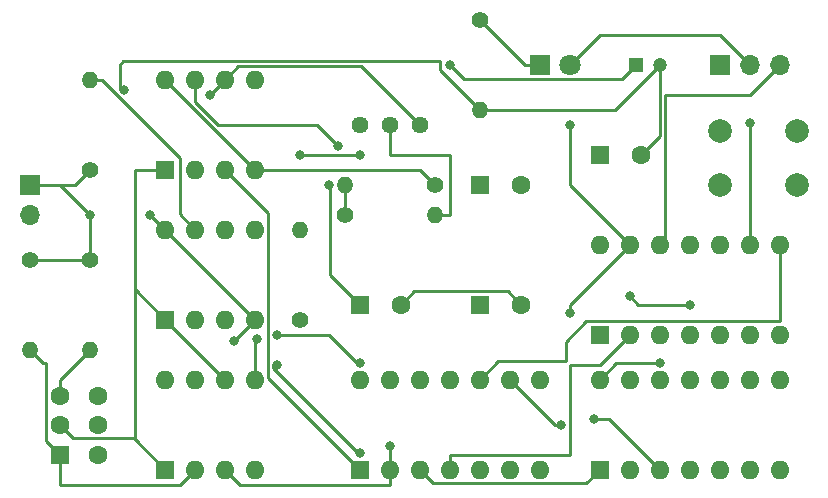
<source format=gbr>
%TF.GenerationSoftware,KiCad,Pcbnew,(6.0.6-0)*%
%TF.CreationDate,2022-10-19T22:33:39-04:00*%
%TF.ProjectId,Clock Module,436c6f63-6b20-44d6-9f64-756c652e6b69,rev?*%
%TF.SameCoordinates,Original*%
%TF.FileFunction,Copper,L1,Top*%
%TF.FilePolarity,Positive*%
%FSLAX46Y46*%
G04 Gerber Fmt 4.6, Leading zero omitted, Abs format (unit mm)*
G04 Created by KiCad (PCBNEW (6.0.6-0)) date 2022-10-19 22:33:39*
%MOMM*%
%LPD*%
G01*
G04 APERTURE LIST*
%TA.AperFunction,ComponentPad*%
%ADD10C,1.400000*%
%TD*%
%TA.AperFunction,ComponentPad*%
%ADD11O,1.400000X1.400000*%
%TD*%
%TA.AperFunction,ComponentPad*%
%ADD12R,1.600000X1.600000*%
%TD*%
%TA.AperFunction,ComponentPad*%
%ADD13O,1.600000X1.600000*%
%TD*%
%TA.AperFunction,ComponentPad*%
%ADD14C,1.600000*%
%TD*%
%TA.AperFunction,ComponentPad*%
%ADD15R,1.700000X1.700000*%
%TD*%
%TA.AperFunction,ComponentPad*%
%ADD16O,1.700000X1.700000*%
%TD*%
%TA.AperFunction,ComponentPad*%
%ADD17C,1.440000*%
%TD*%
%TA.AperFunction,ComponentPad*%
%ADD18R,1.800000X1.800000*%
%TD*%
%TA.AperFunction,ComponentPad*%
%ADD19C,1.800000*%
%TD*%
%TA.AperFunction,ComponentPad*%
%ADD20R,1.200000X1.200000*%
%TD*%
%TA.AperFunction,ComponentPad*%
%ADD21C,1.200000*%
%TD*%
%TA.AperFunction,ComponentPad*%
%ADD22C,2.000000*%
%TD*%
%TA.AperFunction,ViaPad*%
%ADD23C,0.800000*%
%TD*%
%TA.AperFunction,Conductor*%
%ADD24C,0.250000*%
%TD*%
G04 APERTURE END LIST*
D10*
%TO.P,R1,1*%
%TO.N,VCC*%
X74930000Y-76200000D03*
D11*
%TO.P,R1,2*%
%TO.N,Net-(R1-Pad2)*%
X67310000Y-76200000D03*
%TD*%
D12*
%TO.P,U6,1*%
%TO.N,Net-(U4-Pad3)*%
X88895000Y-100320000D03*
D13*
%TO.P,U6,2*%
%TO.N,Net-(U4-Pad6)*%
X91435000Y-100320000D03*
%TO.P,U6,3*%
%TO.N,Net-(U4-Pad9)*%
X93975000Y-100320000D03*
%TO.P,U6,4*%
%TO.N,N/C*%
X96515000Y-100320000D03*
%TO.P,U6,5*%
X99055000Y-100320000D03*
%TO.P,U6,6*%
X101595000Y-100320000D03*
%TO.P,U6,7,GND*%
%TO.N,GNDREF*%
X104135000Y-100320000D03*
%TO.P,U6,8*%
%TO.N,N/C*%
X104135000Y-92700000D03*
%TO.P,U6,9*%
X101595000Y-92700000D03*
%TO.P,U6,10*%
X99055000Y-92700000D03*
%TO.P,U6,11*%
X96515000Y-92700000D03*
%TO.P,U6,12*%
X93975000Y-92700000D03*
%TO.P,U6,13*%
X91435000Y-92700000D03*
%TO.P,U6,14,VCC*%
%TO.N,VCC*%
X88895000Y-92700000D03*
%TD*%
D10*
%TO.P,R5,1*%
%TO.N,VCC*%
X40640000Y-82550000D03*
D11*
%TO.P,R5,2*%
%TO.N,Net-(R5-Pad2)*%
X40640000Y-90170000D03*
%TD*%
D12*
%TO.P,C4,1*%
%TO.N,Net-(C4-Pad1)*%
X88900000Y-73660000D03*
D14*
%TO.P,C4,2*%
%TO.N,GNDREF*%
X92400000Y-73660000D03*
%TD*%
D12*
%TO.P,U3,1,GND*%
%TO.N,GNDREF*%
X52080000Y-100320000D03*
D13*
%TO.P,U3,2,TR*%
%TO.N,Net-(R5-Pad2)*%
X54620000Y-100320000D03*
%TO.P,U3,3,Q*%
%TO.N,Net-(U3-Pad3)*%
X57160000Y-100320000D03*
%TO.P,U3,4,R*%
%TO.N,Net-(R6-Pad2)*%
X59700000Y-100320000D03*
%TO.P,U3,5,CV*%
%TO.N,Net-(C5-Pad1)*%
X59700000Y-92700000D03*
%TO.P,U3,6,THR*%
%TO.N,GNDREF*%
X57160000Y-92700000D03*
%TO.P,U3,7,DIS*%
%TO.N,unconnected-(U3-Pad7)*%
X54620000Y-92700000D03*
%TO.P,U3,8,VCC*%
%TO.N,VCC*%
X52080000Y-92700000D03*
%TD*%
D10*
%TO.P,R4,1*%
%TO.N,VCC*%
X45720000Y-74930000D03*
D11*
%TO.P,R4,2*%
%TO.N,Net-(C4-Pad1)*%
X45720000Y-67310000D03*
%TD*%
D15*
%TO.P,J2,1,Pin_1*%
%TO.N,/HLT*%
X99060000Y-66040000D03*
D16*
%TO.P,J2,2,Pin_2*%
%TO.N,/CLK*%
X101600000Y-66040000D03*
%TO.P,J2,3,Pin_3*%
%TO.N,/~{CLK}*%
X104140000Y-66040000D03*
%TD*%
D12*
%TO.P,U2,1,GND*%
%TO.N,GNDREF*%
X52080000Y-87620000D03*
D13*
%TO.P,U2,2,TR*%
%TO.N,Net-(R3-Pad2)*%
X54620000Y-87620000D03*
%TO.P,U2,3,Q*%
%TO.N,Net-(U2-Pad3)*%
X57160000Y-87620000D03*
%TO.P,U2,4,R*%
%TO.N,VCC*%
X59700000Y-87620000D03*
%TO.P,U2,5,CV*%
%TO.N,Net-(C3-Pad1)*%
X59700000Y-80000000D03*
%TO.P,U2,6,THR*%
%TO.N,Net-(C4-Pad1)*%
X57160000Y-80000000D03*
%TO.P,U2,7,DIS*%
X54620000Y-80000000D03*
%TO.P,U2,8,VCC*%
%TO.N,VCC*%
X52080000Y-80000000D03*
%TD*%
D10*
%TO.P,R2,1*%
%TO.N,Net-(R1-Pad2)*%
X67310000Y-78740000D03*
D11*
%TO.P,R2,2*%
%TO.N,Net-(R2-Pad2)*%
X74930000Y-78740000D03*
%TD*%
D12*
%TO.P,U1,1,GND*%
%TO.N,GNDREF*%
X52080000Y-74920000D03*
D13*
%TO.P,U1,2,TR*%
%TO.N,Net-(C2-Pad1)*%
X54620000Y-74920000D03*
%TO.P,U1,3,Q*%
%TO.N,Net-(U1-Pad3)*%
X57160000Y-74920000D03*
%TO.P,U1,4,R*%
%TO.N,VCC*%
X59700000Y-74920000D03*
%TO.P,U1,5,CV*%
%TO.N,Net-(C1-Pad1)*%
X59700000Y-67300000D03*
%TO.P,U1,6,THR*%
%TO.N,Net-(C2-Pad1)*%
X57160000Y-67300000D03*
%TO.P,U1,7,DIS*%
%TO.N,Net-(R1-Pad2)*%
X54620000Y-67300000D03*
%TO.P,U1,8,VCC*%
%TO.N,VCC*%
X52080000Y-67300000D03*
%TD*%
D17*
%TO.P,RV1,1,1*%
%TO.N,unconnected-(RV1-Pad1)*%
X68580000Y-71120000D03*
%TO.P,RV1,2,2*%
%TO.N,Net-(R2-Pad2)*%
X71120000Y-71120000D03*
%TO.P,RV1,3,3*%
%TO.N,Net-(C2-Pad1)*%
X73660000Y-71120000D03*
%TD*%
D15*
%TO.P,J1,1,Pin_1*%
%TO.N,VCC*%
X40640000Y-76200000D03*
D16*
%TO.P,J1,2,Pin_2*%
%TO.N,GNDREF*%
X40640000Y-78740000D03*
%TD*%
D12*
%TO.P,C1,1*%
%TO.N,Net-(C1-Pad1)*%
X68580000Y-86360000D03*
D14*
%TO.P,C1,2*%
%TO.N,GNDREF*%
X72080000Y-86360000D03*
%TD*%
D18*
%TO.P,D1,1,K*%
%TO.N,Net-(D1-Pad1)*%
X83820000Y-66040000D03*
D19*
%TO.P,D1,2,A*%
%TO.N,/CLK*%
X86360000Y-66040000D03*
%TD*%
D12*
%TO.P,U5,1*%
%TO.N,Net-(U3-Pad3)*%
X88900000Y-88900000D03*
D13*
%TO.P,U5,2*%
%TO.N,Net-(U4-Pad4)*%
X91440000Y-88900000D03*
%TO.P,U5,3*%
%TO.N,N/C*%
X93980000Y-88900000D03*
%TO.P,U5,4*%
X96520000Y-88900000D03*
%TO.P,U5,5*%
X99060000Y-88900000D03*
%TO.P,U5,6*%
X101600000Y-88900000D03*
%TO.P,U5,7,GND*%
%TO.N,GNDREF*%
X104140000Y-88900000D03*
%TO.P,U5,8*%
%TO.N,Net-(U4-Pad10)*%
X104140000Y-81280000D03*
%TO.P,U5,9*%
%TO.N,/HLT*%
X101600000Y-81280000D03*
%TO.P,U5,10*%
%TO.N,N/C*%
X99060000Y-81280000D03*
%TO.P,U5,11*%
X96520000Y-81280000D03*
%TO.P,U5,12*%
%TO.N,/~{CLK}*%
X93980000Y-81280000D03*
%TO.P,U5,13*%
%TO.N,/CLK*%
X91440000Y-81280000D03*
%TO.P,U5,14,VCC*%
%TO.N,VCC*%
X88900000Y-81280000D03*
%TD*%
D10*
%TO.P,R6,1*%
%TO.N,VCC*%
X45720000Y-82550000D03*
D11*
%TO.P,R6,2*%
%TO.N,Net-(R6-Pad2)*%
X45720000Y-90170000D03*
%TD*%
D12*
%TO.P,U4,1*%
%TO.N,Net-(U1-Pad3)*%
X68575000Y-100320000D03*
D13*
%TO.P,U4,2*%
%TO.N,Net-(U3-Pad3)*%
X71115000Y-100320000D03*
%TO.P,U4,3*%
%TO.N,Net-(U4-Pad3)*%
X73655000Y-100320000D03*
%TO.P,U4,4*%
%TO.N,Net-(U4-Pad4)*%
X76195000Y-100320000D03*
%TO.P,U4,5*%
%TO.N,Net-(U2-Pad3)*%
X78735000Y-100320000D03*
%TO.P,U4,6*%
%TO.N,Net-(U4-Pad6)*%
X81275000Y-100320000D03*
%TO.P,U4,7,GND*%
%TO.N,GNDREF*%
X83815000Y-100320000D03*
%TO.P,U4,8*%
%TO.N,/CLK*%
X83815000Y-92700000D03*
%TO.P,U4,9*%
%TO.N,Net-(U4-Pad9)*%
X81275000Y-92700000D03*
%TO.P,U4,10*%
%TO.N,Net-(U4-Pad10)*%
X78735000Y-92700000D03*
%TO.P,U4,11*%
%TO.N,N/C*%
X76195000Y-92700000D03*
%TO.P,U4,12*%
X73655000Y-92700000D03*
%TO.P,U4,13*%
X71115000Y-92700000D03*
%TO.P,U4,14,VCC*%
%TO.N,VCC*%
X68575000Y-92700000D03*
%TD*%
D12*
%TO.P,SW1,1,A*%
%TO.N,Net-(R5-Pad2)*%
X43180000Y-99060000D03*
D14*
%TO.P,SW1,2,B*%
%TO.N,GNDREF*%
X43180000Y-96560000D03*
%TO.P,SW1,3,C*%
%TO.N,Net-(R6-Pad2)*%
X43180000Y-94060000D03*
%TO.P,SW1,4*%
%TO.N,N/C*%
X46380000Y-99060000D03*
%TO.P,SW1,5*%
X46380000Y-96560000D03*
%TO.P,SW1,6*%
X46380000Y-94060000D03*
%TD*%
D20*
%TO.P,C2,1*%
%TO.N,Net-(C2-Pad1)*%
X91980000Y-66040000D03*
D21*
%TO.P,C2,2*%
%TO.N,GNDREF*%
X93980000Y-66040000D03*
%TD*%
D12*
%TO.P,C5,1*%
%TO.N,Net-(C5-Pad1)*%
X78740000Y-86360000D03*
D14*
%TO.P,C5,2*%
%TO.N,GNDREF*%
X82240000Y-86360000D03*
%TD*%
D10*
%TO.P,R3,1*%
%TO.N,VCC*%
X63500000Y-87630000D03*
D11*
%TO.P,R3,2*%
%TO.N,Net-(R3-Pad2)*%
X63500000Y-80010000D03*
%TD*%
D22*
%TO.P,SW2,1,1*%
%TO.N,GNDREF*%
X105560000Y-71700000D03*
X99060000Y-71700000D03*
%TO.P,SW2,2,2*%
%TO.N,Net-(R3-Pad2)*%
X105560000Y-76200000D03*
X99060000Y-76200000D03*
%TD*%
D12*
%TO.P,C3,1*%
%TO.N,Net-(C3-Pad1)*%
X78740000Y-76200000D03*
D14*
%TO.P,C3,2*%
%TO.N,GNDREF*%
X82240000Y-76200000D03*
%TD*%
D10*
%TO.P,R7,1*%
%TO.N,Net-(D1-Pad1)*%
X78740000Y-62230000D03*
D11*
%TO.P,R7,2*%
%TO.N,GNDREF*%
X78740000Y-69850000D03*
%TD*%
D23*
%TO.N,Net-(C1-Pad1)*%
X66010497Y-76200000D03*
%TO.N,GNDREF*%
X48637300Y-68202700D03*
%TO.N,Net-(C2-Pad1)*%
X76200000Y-66040000D03*
X55880000Y-68580000D03*
%TO.N,Net-(C4-Pad1)*%
X63500000Y-73660000D03*
X68580000Y-73660000D03*
%TO.N,Net-(C5-Pad1)*%
X68580554Y-91300508D03*
X61549500Y-88900000D03*
X59857517Y-89292918D03*
%TO.N,/CLK*%
X86360000Y-71120000D03*
X86360000Y-87084500D03*
%TO.N,VCC*%
X45720000Y-78740000D03*
X50800000Y-78740000D03*
X96520000Y-86360000D03*
X93980554Y-91300508D03*
X57917700Y-89402300D03*
X91440000Y-85635500D03*
%TO.N,/HLT*%
X101600000Y-70975500D03*
%TO.N,Net-(R1-Pad2)*%
X66734997Y-72935500D03*
%TO.N,Net-(U2-Pad3)*%
X61549500Y-91440000D03*
X68580000Y-98920498D03*
%TO.N,Net-(U3-Pad3)*%
X71120000Y-98335500D03*
%TO.N,Net-(U4-Pad9)*%
X88387700Y-96007700D03*
X85635500Y-96520000D03*
%TD*%
D24*
%TO.N,Net-(C1-Pad1)*%
X66040000Y-83820000D02*
X66040000Y-76200000D01*
X68580000Y-86360000D02*
X66040000Y-83820000D01*
X66040000Y-76200000D02*
X66010497Y-76200000D01*
%TO.N,GNDREF*%
X52080000Y-100320000D02*
X49520000Y-97760000D01*
X48443198Y-68396802D02*
X48637300Y-68202700D01*
X73205000Y-85235000D02*
X72080000Y-86360000D01*
X49520000Y-74920000D02*
X52080000Y-74920000D01*
X49445000Y-97685000D02*
X49520000Y-97760000D01*
X52080000Y-87620000D02*
X57160000Y-92700000D01*
X43180000Y-96560000D02*
X44305000Y-97685000D01*
X93980000Y-72080000D02*
X92400000Y-73660000D01*
X93980000Y-66040000D02*
X90170000Y-69850000D01*
X81115000Y-85235000D02*
X73205000Y-85235000D01*
X90170000Y-69850000D02*
X78740000Y-69850000D01*
X75345000Y-65725000D02*
X48575000Y-65725000D01*
X48260000Y-68213604D02*
X48443198Y-68396802D01*
X48575000Y-65725000D02*
X48260000Y-66040000D01*
X44305000Y-97685000D02*
X49445000Y-97685000D01*
X82240000Y-86360000D02*
X81115000Y-85235000D01*
X52080000Y-87620000D02*
X49520000Y-85060000D01*
X49520000Y-85060000D02*
X49520000Y-74920000D01*
X49520000Y-97760000D02*
X49520000Y-85060000D01*
X48260000Y-66040000D02*
X48260000Y-68213604D01*
X78740000Y-69850000D02*
X75345000Y-66455000D01*
X75345000Y-66455000D02*
X75345000Y-65725000D01*
X93980000Y-66040000D02*
X93980000Y-72080000D01*
%TO.N,Net-(C2-Pad1)*%
X90755000Y-67265000D02*
X77425000Y-67265000D01*
X91980000Y-66040000D02*
X90755000Y-67265000D01*
X77425000Y-67265000D02*
X76200000Y-66040000D01*
X73660000Y-71120000D02*
X68715000Y-66175000D01*
X58285000Y-66175000D02*
X57160000Y-67300000D01*
X57160000Y-67300000D02*
X55880000Y-68580000D01*
X68715000Y-66175000D02*
X58285000Y-66175000D01*
%TO.N,Net-(C4-Pad1)*%
X45720000Y-67310000D02*
X46720000Y-67310000D01*
X46720000Y-67310000D02*
X53340000Y-73930000D01*
X68580000Y-73660000D02*
X63500000Y-73660000D01*
X53340000Y-73930000D02*
X53340000Y-78720000D01*
X53340000Y-78720000D02*
X54620000Y-80000000D01*
%TO.N,Net-(C5-Pad1)*%
X68383501Y-91300508D02*
X65982993Y-88900000D01*
X68580554Y-91300508D02*
X68383501Y-91300508D01*
X59857517Y-89292918D02*
X59700000Y-89450435D01*
X59700000Y-89450435D02*
X59700000Y-92700000D01*
X65982993Y-88900000D02*
X61275000Y-88900000D01*
X61275000Y-88900000D02*
X61549500Y-88900000D01*
%TO.N,Net-(D1-Pad1)*%
X82550000Y-66040000D02*
X83820000Y-66040000D01*
X78740000Y-62230000D02*
X82550000Y-66040000D01*
%TO.N,/CLK*%
X99060000Y-63500000D02*
X88900000Y-63500000D01*
X101600000Y-66040000D02*
X99060000Y-63500000D01*
X86360000Y-76200000D02*
X86360000Y-71120000D01*
X86360000Y-86360000D02*
X91440000Y-81280000D01*
X91440000Y-81280000D02*
X86360000Y-76200000D01*
X88900000Y-63500000D02*
X86360000Y-66040000D01*
X86360000Y-87084500D02*
X86360000Y-86360000D01*
%TO.N,VCC*%
X74930000Y-76200000D02*
X73650000Y-74920000D01*
X57917700Y-89402300D02*
X59700000Y-87620000D01*
X90294492Y-91300508D02*
X88895000Y-92700000D01*
X93980554Y-91300508D02*
X90294492Y-91300508D01*
X45720000Y-82550000D02*
X45720000Y-78740000D01*
X43180000Y-76200000D02*
X40640000Y-76200000D01*
X45720000Y-74930000D02*
X44450000Y-76200000D01*
X92164500Y-86360000D02*
X96520000Y-86360000D01*
X73650000Y-74920000D02*
X59700000Y-74920000D01*
X45720000Y-78740000D02*
X43180000Y-76200000D01*
X44450000Y-76200000D02*
X40640000Y-76200000D01*
X59700000Y-74920000D02*
X52080000Y-67300000D01*
X50820000Y-78740000D02*
X50800000Y-78740000D01*
X59700000Y-87620000D02*
X52080000Y-80000000D01*
X91440000Y-85635500D02*
X92164500Y-86360000D01*
X45720000Y-82550000D02*
X40640000Y-82550000D01*
X52080000Y-80000000D02*
X50820000Y-78740000D01*
%TO.N,/HLT*%
X101600000Y-70975500D02*
X101600000Y-81280000D01*
%TO.N,/~{CLK}*%
X94430000Y-68580000D02*
X94430000Y-80830000D01*
X101600000Y-68580000D02*
X94430000Y-68580000D01*
X104140000Y-66040000D02*
X101600000Y-68580000D01*
X94430000Y-80830000D02*
X93980000Y-81280000D01*
%TO.N,Net-(R1-Pad2)*%
X67310000Y-76200000D02*
X67310000Y-78740000D01*
X63500000Y-71120000D02*
X64919497Y-71120000D01*
X56536396Y-71120000D02*
X63500000Y-71120000D01*
X54620000Y-69203604D02*
X55880000Y-70463604D01*
X54620000Y-67300000D02*
X54620000Y-69203604D01*
X64919497Y-71120000D02*
X66734997Y-72935500D01*
X55880000Y-70463604D02*
X56536396Y-71120000D01*
%TO.N,Net-(R2-Pad2)*%
X71120000Y-73660000D02*
X71120000Y-71120000D01*
X76200000Y-73660000D02*
X71120000Y-73660000D01*
X74930000Y-78740000D02*
X76200000Y-78740000D01*
X76200000Y-78740000D02*
X76200000Y-73660000D01*
%TO.N,Net-(R5-Pad2)*%
X42055000Y-97935000D02*
X43180000Y-99060000D01*
X54620000Y-100320000D02*
X53340000Y-101600000D01*
X41765000Y-91295000D02*
X40640000Y-90170000D01*
X42055000Y-91295000D02*
X41765000Y-91295000D01*
X42055000Y-91295000D02*
X42055000Y-97935000D01*
X53340000Y-101600000D02*
X43180000Y-101600000D01*
X43180000Y-101600000D02*
X43180000Y-99060000D01*
%TO.N,Net-(R6-Pad2)*%
X43180000Y-92710000D02*
X43180000Y-94060000D01*
X45720000Y-90170000D02*
X43180000Y-92710000D01*
%TO.N,Net-(U1-Pad3)*%
X60825000Y-78585000D02*
X57160000Y-74920000D01*
X68575000Y-100320000D02*
X60825000Y-92570000D01*
X60825000Y-92570000D02*
X60825000Y-78585000D01*
%TO.N,Net-(U2-Pad3)*%
X68580000Y-98920498D02*
X68440498Y-98920498D01*
X68440498Y-98920498D02*
X61275000Y-91755000D01*
X61275000Y-91755000D02*
X61275000Y-91440000D01*
X61275000Y-91440000D02*
X61549500Y-91440000D01*
%TO.N,Net-(U3-Pad3)*%
X71120000Y-98335500D02*
X71120000Y-100315000D01*
X71115000Y-101595000D02*
X71120000Y-101600000D01*
X71115000Y-100320000D02*
X71115000Y-101595000D01*
X71120000Y-100315000D02*
X71115000Y-100320000D01*
X58440000Y-101600000D02*
X57160000Y-100320000D01*
X71120000Y-101600000D02*
X58440000Y-101600000D01*
%TO.N,Net-(U4-Pad3)*%
X73655000Y-100320000D02*
X74780000Y-101445000D01*
X87770000Y-101445000D02*
X88895000Y-100320000D01*
X74780000Y-101445000D02*
X87770000Y-101445000D01*
%TO.N,Net-(U4-Pad4)*%
X86360000Y-91440000D02*
X88900000Y-91440000D01*
X88900000Y-91440000D02*
X91440000Y-88900000D01*
X86360000Y-99060000D02*
X86360000Y-91440000D01*
X76195000Y-100320000D02*
X76195000Y-99065000D01*
X76195000Y-99065000D02*
X76200000Y-99060000D01*
X76200000Y-99060000D02*
X86360000Y-99060000D01*
%TO.N,Net-(U4-Pad9)*%
X89662700Y-96007700D02*
X93975000Y-100320000D01*
X88387700Y-96007700D02*
X89662700Y-96007700D01*
X81275000Y-92700000D02*
X85095000Y-96520000D01*
X85095000Y-96520000D02*
X85635500Y-96520000D01*
%TO.N,Net-(U4-Pad10)*%
X80313198Y-91121802D02*
X78735000Y-92700000D01*
X104140000Y-87775000D02*
X87775000Y-87775000D01*
X104140000Y-81280000D02*
X104140000Y-87775000D01*
X86041802Y-89508198D02*
X86041802Y-91121802D01*
X87775000Y-87775000D02*
X86041802Y-89508198D01*
X86041802Y-91121802D02*
X80313198Y-91121802D01*
%TD*%
M02*

</source>
